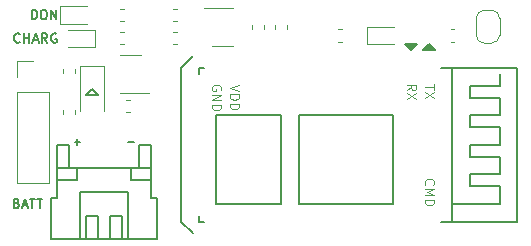
<source format=gbr>
G04 #@! TF.GenerationSoftware,KiCad,Pcbnew,(5.0.0-3-g5ebb6b6)*
G04 #@! TF.CreationDate,2020-03-13T11:28:04-04:00*
G04 #@! TF.ProjectId,Project,50726F6A6563742E6B696361645F7063,rev?*
G04 #@! TF.SameCoordinates,Original*
G04 #@! TF.FileFunction,Legend,Top*
G04 #@! TF.FilePolarity,Positive*
%FSLAX46Y46*%
G04 Gerber Fmt 4.6, Leading zero omitted, Abs format (unit mm)*
G04 Created by KiCad (PCBNEW (5.0.0-3-g5ebb6b6)) date Friday, March 13, 2020 at 11:28:04 AM*
%MOMM*%
%LPD*%
G01*
G04 APERTURE LIST*
%ADD10C,0.150000*%
%ADD11C,0.120000*%
%ADD12C,0.100000*%
G04 APERTURE END LIST*
D10*
G36*
X131500000Y-98500000D02*
X132500000Y-98500000D01*
X132000000Y-99000000D01*
X131500000Y-98500000D01*
G37*
X131500000Y-98500000D02*
X132500000Y-98500000D01*
X132000000Y-99000000D01*
X131500000Y-98500000D01*
G36*
X134000000Y-99000000D02*
X133500000Y-98500000D01*
X133000000Y-99000000D01*
X134000000Y-99000000D01*
G37*
X134000000Y-99000000D02*
X133500000Y-98500000D01*
X133000000Y-99000000D01*
X134000000Y-99000000D01*
X112500000Y-100500000D02*
X113500000Y-99500000D01*
X112500000Y-113500000D02*
X113500000Y-114500000D01*
X112500000Y-100500000D02*
X112500000Y-113500000D01*
X105500000Y-102750000D02*
X104500000Y-102750000D01*
X105000000Y-102250000D02*
X105500000Y-102750000D01*
X104500000Y-102750000D02*
X105000000Y-102250000D01*
X98604761Y-111942857D02*
X98719047Y-111980952D01*
X98757142Y-112019047D01*
X98795238Y-112095238D01*
X98795238Y-112209523D01*
X98757142Y-112285714D01*
X98719047Y-112323809D01*
X98642857Y-112361904D01*
X98338095Y-112361904D01*
X98338095Y-111561904D01*
X98604761Y-111561904D01*
X98680952Y-111600000D01*
X98719047Y-111638095D01*
X98757142Y-111714285D01*
X98757142Y-111790476D01*
X98719047Y-111866666D01*
X98680952Y-111904761D01*
X98604761Y-111942857D01*
X98338095Y-111942857D01*
X99100000Y-112133333D02*
X99480952Y-112133333D01*
X99023809Y-112361904D02*
X99290476Y-111561904D01*
X99557142Y-112361904D01*
X99709523Y-111561904D02*
X100166666Y-111561904D01*
X99938095Y-112361904D02*
X99938095Y-111561904D01*
X100319047Y-111561904D02*
X100776190Y-111561904D01*
X100547619Y-112361904D02*
X100547619Y-111561904D01*
X98876309Y-98285714D02*
X98838214Y-98323809D01*
X98723928Y-98361904D01*
X98647738Y-98361904D01*
X98533452Y-98323809D01*
X98457261Y-98247619D01*
X98419166Y-98171428D01*
X98381071Y-98019047D01*
X98381071Y-97904761D01*
X98419166Y-97752380D01*
X98457261Y-97676190D01*
X98533452Y-97600000D01*
X98647738Y-97561904D01*
X98723928Y-97561904D01*
X98838214Y-97600000D01*
X98876309Y-97638095D01*
X99219166Y-98361904D02*
X99219166Y-97561904D01*
X99219166Y-97942857D02*
X99676309Y-97942857D01*
X99676309Y-98361904D02*
X99676309Y-97561904D01*
X100019166Y-98133333D02*
X100400119Y-98133333D01*
X99942976Y-98361904D02*
X100209642Y-97561904D01*
X100476309Y-98361904D01*
X101200119Y-98361904D02*
X100933452Y-97980952D01*
X100742976Y-98361904D02*
X100742976Y-97561904D01*
X101047738Y-97561904D01*
X101123928Y-97600000D01*
X101162023Y-97638095D01*
X101200119Y-97714285D01*
X101200119Y-97828571D01*
X101162023Y-97904761D01*
X101123928Y-97942857D01*
X101047738Y-97980952D01*
X100742976Y-97980952D01*
X101962023Y-97600000D02*
X101885833Y-97561904D01*
X101771547Y-97561904D01*
X101657261Y-97600000D01*
X101581071Y-97676190D01*
X101542976Y-97752380D01*
X101504880Y-97904761D01*
X101504880Y-98019047D01*
X101542976Y-98171428D01*
X101581071Y-98247619D01*
X101657261Y-98323809D01*
X101771547Y-98361904D01*
X101847738Y-98361904D01*
X101962023Y-98323809D01*
X102000119Y-98285714D01*
X102000119Y-98019047D01*
X101847738Y-98019047D01*
X99866785Y-96361904D02*
X99866785Y-95561904D01*
X100057261Y-95561904D01*
X100171547Y-95600000D01*
X100247738Y-95676190D01*
X100285833Y-95752380D01*
X100323928Y-95904761D01*
X100323928Y-96019047D01*
X100285833Y-96171428D01*
X100247738Y-96247619D01*
X100171547Y-96323809D01*
X100057261Y-96361904D01*
X99866785Y-96361904D01*
X100819166Y-95561904D02*
X100971547Y-95561904D01*
X101047738Y-95600000D01*
X101123928Y-95676190D01*
X101162023Y-95828571D01*
X101162023Y-96095238D01*
X101123928Y-96247619D01*
X101047738Y-96323809D01*
X100971547Y-96361904D01*
X100819166Y-96361904D01*
X100742976Y-96323809D01*
X100666785Y-96247619D01*
X100628690Y-96095238D01*
X100628690Y-95828571D01*
X100666785Y-95676190D01*
X100742976Y-95600000D01*
X100819166Y-95561904D01*
X101504880Y-96361904D02*
X101504880Y-95561904D01*
X101962023Y-96361904D01*
X101962023Y-95561904D01*
G04 #@! TO.C,BTU1*
X114000000Y-113500000D02*
X114500000Y-113500000D01*
X114000000Y-113000000D02*
X114000000Y-113500000D01*
X114000000Y-100500000D02*
X114000000Y-101000000D01*
X114500000Y-100500000D02*
X114000000Y-100500000D01*
X130500000Y-104500000D02*
X130500000Y-105000000D01*
X122500000Y-104500000D02*
X130500000Y-104500000D01*
X122500000Y-112000000D02*
X122500000Y-104500000D01*
X123000000Y-112000000D02*
X122500000Y-112000000D01*
X115500000Y-104500000D02*
X115500000Y-105000000D01*
X121000000Y-104500000D02*
X115500000Y-104500000D01*
X121000000Y-112000000D02*
X121000000Y-104500000D01*
X120500000Y-112000000D02*
X121000000Y-112000000D01*
X115500000Y-112000000D02*
X115500000Y-105000000D01*
X120500000Y-112000000D02*
X115500000Y-112000000D01*
X130500000Y-110500000D02*
X130500000Y-105000000D01*
X130500000Y-112000000D02*
X123000000Y-112000000D01*
X130500000Y-112000000D02*
X130500000Y-110500000D01*
X135500000Y-113500000D02*
X134500000Y-113500000D01*
X141000000Y-100500000D02*
X134500000Y-100500000D01*
X141000000Y-113500000D02*
X135500000Y-113500000D01*
X139500000Y-102000000D02*
X139500000Y-101000000D01*
X137000000Y-102000000D02*
X139500000Y-102000000D01*
X137000000Y-103000000D02*
X137000000Y-102000000D01*
X139500000Y-103000000D02*
X137000000Y-103000000D01*
X139500000Y-104500000D02*
X139500000Y-103000000D01*
X137000000Y-104500000D02*
X139500000Y-104500000D01*
X137000000Y-105500000D02*
X137000000Y-104500000D01*
X139500000Y-105500000D02*
X137000000Y-105500000D01*
X139500000Y-107000000D02*
X139500000Y-105500000D01*
X137000000Y-107000000D02*
X139500000Y-107000000D01*
X137000000Y-108000000D02*
X137000000Y-107000000D01*
X139500000Y-108000000D02*
X137000000Y-108000000D01*
X139500000Y-109500000D02*
X139500000Y-108000000D01*
X137000000Y-109500000D02*
X139500000Y-109500000D01*
X137000000Y-110500000D02*
X137000000Y-109500000D01*
X139500000Y-110500000D02*
X137000000Y-110500000D01*
X139500000Y-112000000D02*
X139500000Y-110500000D01*
X135500000Y-112000000D02*
X139500000Y-112000000D01*
X135500000Y-113500000D02*
X135500000Y-100500000D01*
X141000000Y-100500000D02*
X141000000Y-113500000D01*
G04 #@! TO.C,JSTPH1*
X108250000Y-110000000D02*
X110000000Y-110000000D01*
X108250000Y-109000000D02*
X108250000Y-110000000D01*
X103750000Y-110000000D02*
X102000000Y-110000000D01*
X103750000Y-109000000D02*
X103750000Y-110000000D01*
X103000000Y-107000000D02*
X102000000Y-107000000D01*
X110000000Y-107000000D02*
X109000000Y-107000000D01*
X101500000Y-115000000D02*
X102000000Y-115000000D01*
X101500000Y-111500000D02*
X101500000Y-115000000D01*
X102000000Y-111500000D02*
X101500000Y-111500000D01*
X110500000Y-115000000D02*
X110000000Y-115000000D01*
X110500000Y-111500000D02*
X110500000Y-115000000D01*
X110000000Y-111500000D02*
X110500000Y-111500000D01*
X103000000Y-107000000D02*
X103000000Y-109000000D01*
X102000000Y-107000000D02*
X102000000Y-109000000D01*
X109000000Y-107000000D02*
X109000000Y-109000000D01*
X110000000Y-109000000D02*
X110000000Y-107000000D01*
X104000000Y-111000000D02*
X108000000Y-111000000D01*
X102000000Y-109000000D02*
X102000000Y-111500000D01*
X110000000Y-109000000D02*
X110000000Y-111500000D01*
X108000000Y-111000000D02*
X108000000Y-115000000D01*
X104000000Y-115000000D02*
X104000000Y-111000000D01*
X107500000Y-113000000D02*
X107500000Y-115000000D01*
X106500000Y-113000000D02*
X107500000Y-113000000D01*
X106500000Y-115000000D02*
X106500000Y-113000000D01*
X105500000Y-113000000D02*
X105500000Y-115000000D01*
X104500000Y-113000000D02*
X105500000Y-113000000D01*
X104500000Y-115000000D02*
X104500000Y-113000000D01*
X108000000Y-106750000D02*
X108500000Y-106750000D01*
X103750000Y-106500000D02*
X103750000Y-107000000D01*
X103500000Y-106750000D02*
X104000000Y-106750000D01*
X102000000Y-109000000D02*
X110000000Y-109000000D01*
X106000000Y-115000000D02*
X110000000Y-115000000D01*
X106000000Y-115000000D02*
X102000000Y-115000000D01*
D11*
G04 #@! TO.C,C1*
X102490000Y-100950279D02*
X102490000Y-100624721D01*
X103510000Y-100950279D02*
X103510000Y-100624721D01*
G04 #@! TO.C,C2*
X103510000Y-104412779D02*
X103510000Y-104087221D01*
X102490000Y-104412779D02*
X102490000Y-104087221D01*
G04 #@! TO.C,CGU1*
X109150000Y-99390000D02*
X107350000Y-99390000D01*
X107350000Y-102610000D02*
X109800000Y-102610000D01*
G04 #@! TO.C,D2*
X105235000Y-97265000D02*
X102950000Y-97265000D01*
X105235000Y-98735000D02*
X105235000Y-97265000D01*
X102950000Y-98735000D02*
X105235000Y-98735000D01*
G04 #@! TO.C,J1*
X98670000Y-110200000D02*
X101330000Y-110200000D01*
X98670000Y-102520000D02*
X98670000Y-110200000D01*
X101330000Y-102520000D02*
X101330000Y-110200000D01*
X98670000Y-102520000D02*
X101330000Y-102520000D01*
X98670000Y-101250000D02*
X98670000Y-99920000D01*
X98670000Y-99920000D02*
X100000000Y-99920000D01*
G04 #@! TO.C,R2*
X107662779Y-98510000D02*
X107337221Y-98510000D01*
X107662779Y-97490000D02*
X107337221Y-97490000D01*
G04 #@! TO.C,R3*
X107662779Y-95490000D02*
X107337221Y-95490000D01*
X107662779Y-96510000D02*
X107337221Y-96510000D01*
G04 #@! TO.C,RREF1*
X108162779Y-104260000D02*
X107837221Y-104260000D01*
X108162779Y-103240000D02*
X107837221Y-103240000D01*
G04 #@! TO.C,D3*
X104550000Y-95265000D02*
X102265000Y-95265000D01*
X102265000Y-95265000D02*
X102265000Y-96735000D01*
X102265000Y-96735000D02*
X104550000Y-96735000D01*
G04 #@! TO.C,D1*
X106000000Y-100300000D02*
X104000000Y-100300000D01*
X104000000Y-100300000D02*
X104000000Y-104150000D01*
X106000000Y-100300000D02*
X106000000Y-104150000D01*
G04 #@! TO.C,C3*
X112162779Y-95490000D02*
X111837221Y-95490000D01*
X112162779Y-96510000D02*
X111837221Y-96510000D01*
G04 #@! TO.C,C4*
X112162779Y-98510000D02*
X111837221Y-98510000D01*
X112162779Y-97490000D02*
X111837221Y-97490000D01*
G04 #@! TO.C,C5*
X121510000Y-96837221D02*
X121510000Y-97162779D01*
X120490000Y-96837221D02*
X120490000Y-97162779D01*
G04 #@! TO.C,C6*
X118490000Y-96837221D02*
X118490000Y-97162779D01*
X119510000Y-96837221D02*
X119510000Y-97162779D01*
G04 #@! TO.C,REG1*
X115100000Y-98610000D02*
X116900000Y-98610000D01*
X116900000Y-95390000D02*
X114450000Y-95390000D01*
G04 #@! TO.C,D4*
X130550000Y-97015000D02*
X128265000Y-97015000D01*
X128265000Y-97015000D02*
X128265000Y-98485000D01*
X128265000Y-98485000D02*
X130550000Y-98485000D01*
G04 #@! TO.C,JP1*
X137500000Y-96300000D02*
G75*
G02X138200000Y-95600000I700000J0D01*
G01*
X138800000Y-95600000D02*
G75*
G02X139500000Y-96300000I0J-700000D01*
G01*
X139500000Y-97700000D02*
G75*
G02X138800000Y-98400000I-700000J0D01*
G01*
X138200000Y-98400000D02*
G75*
G02X137500000Y-97700000I0J700000D01*
G01*
X138800000Y-98400000D02*
X138200000Y-98400000D01*
X139500000Y-96300000D02*
X139500000Y-97700000D01*
X138200000Y-95600000D02*
X138800000Y-95600000D01*
X137500000Y-97700000D02*
X137500000Y-96300000D01*
G04 #@! TO.C,R4*
X125837221Y-97240000D02*
X126162779Y-97240000D01*
X125837221Y-98260000D02*
X126162779Y-98260000D01*
G04 #@! TO.C,R6*
X135662779Y-98260000D02*
X135337221Y-98260000D01*
X135662779Y-97240000D02*
X135337221Y-97240000D01*
G04 #@! TO.C,BTU1*
D12*
X133214285Y-110390476D02*
X133176190Y-110352380D01*
X133138095Y-110238095D01*
X133138095Y-110161904D01*
X133176190Y-110047619D01*
X133252380Y-109971428D01*
X133328571Y-109933333D01*
X133480952Y-109895238D01*
X133595238Y-109895238D01*
X133747619Y-109933333D01*
X133823809Y-109971428D01*
X133900000Y-110047619D01*
X133938095Y-110161904D01*
X133938095Y-110238095D01*
X133900000Y-110352380D01*
X133861904Y-110390476D01*
X133138095Y-110733333D02*
X133938095Y-110733333D01*
X133366666Y-111000000D01*
X133938095Y-111266666D01*
X133138095Y-111266666D01*
X133138095Y-111647619D02*
X133938095Y-111647619D01*
X133938095Y-111838095D01*
X133900000Y-111952380D01*
X133823809Y-112028571D01*
X133747619Y-112066666D01*
X133595238Y-112104761D01*
X133480952Y-112104761D01*
X133328571Y-112066666D01*
X133252380Y-112028571D01*
X133176190Y-111952380D01*
X133138095Y-111838095D01*
X133138095Y-111647619D01*
X115900000Y-102390476D02*
X115938095Y-102314285D01*
X115938095Y-102200000D01*
X115900000Y-102085714D01*
X115823809Y-102009523D01*
X115747619Y-101971428D01*
X115595238Y-101933333D01*
X115480952Y-101933333D01*
X115328571Y-101971428D01*
X115252380Y-102009523D01*
X115176190Y-102085714D01*
X115138095Y-102200000D01*
X115138095Y-102276190D01*
X115176190Y-102390476D01*
X115214285Y-102428571D01*
X115480952Y-102428571D01*
X115480952Y-102276190D01*
X115138095Y-102771428D02*
X115938095Y-102771428D01*
X115138095Y-103228571D01*
X115938095Y-103228571D01*
X115138095Y-103609523D02*
X115938095Y-103609523D01*
X115938095Y-103800000D01*
X115900000Y-103914285D01*
X115823809Y-103990476D01*
X115747619Y-104028571D01*
X115595238Y-104066666D01*
X115480952Y-104066666D01*
X115328571Y-104028571D01*
X115252380Y-103990476D01*
X115176190Y-103914285D01*
X115138095Y-103800000D01*
X115138095Y-103609523D01*
X117438095Y-101933333D02*
X116638095Y-102200000D01*
X117438095Y-102466666D01*
X116638095Y-102733333D02*
X117438095Y-102733333D01*
X117438095Y-102923809D01*
X117400000Y-103038095D01*
X117323809Y-103114285D01*
X117247619Y-103152380D01*
X117095238Y-103190476D01*
X116980952Y-103190476D01*
X116828571Y-103152380D01*
X116752380Y-103114285D01*
X116676190Y-103038095D01*
X116638095Y-102923809D01*
X116638095Y-102733333D01*
X116638095Y-103533333D02*
X117438095Y-103533333D01*
X117438095Y-103723809D01*
X117400000Y-103838095D01*
X117323809Y-103914285D01*
X117247619Y-103952380D01*
X117095238Y-103990476D01*
X116980952Y-103990476D01*
X116828571Y-103952380D01*
X116752380Y-103914285D01*
X116676190Y-103838095D01*
X116638095Y-103723809D01*
X116638095Y-103533333D01*
X133938095Y-101890476D02*
X133938095Y-102347619D01*
X133138095Y-102119047D02*
X133938095Y-102119047D01*
X133938095Y-102538095D02*
X133138095Y-103071428D01*
X133938095Y-103071428D02*
X133138095Y-102538095D01*
X131638095Y-102366666D02*
X132019047Y-102100000D01*
X131638095Y-101909523D02*
X132438095Y-101909523D01*
X132438095Y-102214285D01*
X132400000Y-102290476D01*
X132361904Y-102328571D01*
X132285714Y-102366666D01*
X132171428Y-102366666D01*
X132095238Y-102328571D01*
X132057142Y-102290476D01*
X132019047Y-102214285D01*
X132019047Y-101909523D01*
X132438095Y-102633333D02*
X131638095Y-103166666D01*
X132438095Y-103166666D02*
X131638095Y-102633333D01*
G04 #@! TD*
M02*

</source>
